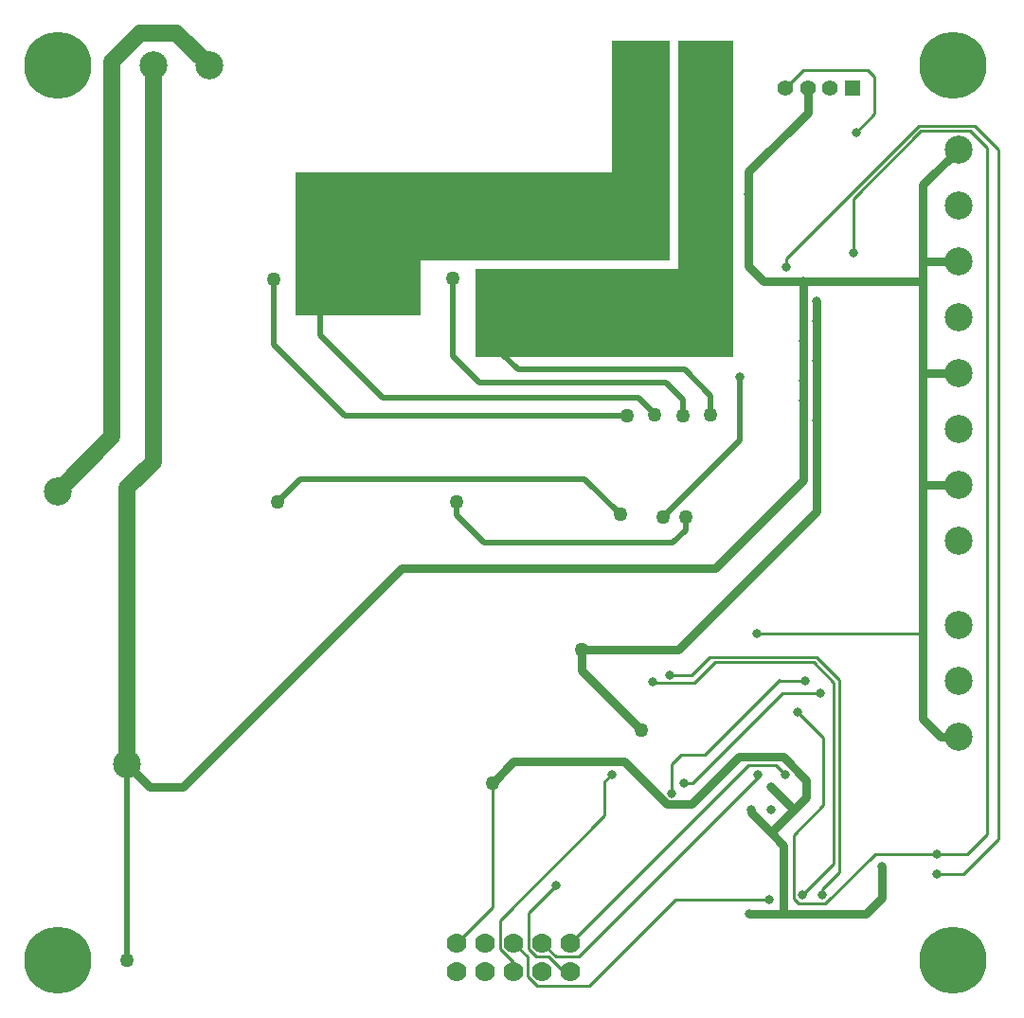
<source format=gbl>
%FSTAX24Y24*%
%MOIN*%
G70*
G01*
G75*
G04 Layer_Physical_Order=2*
G04 Layer_Color=16711680*
%ADD10R,0.2200X0.0900*%
%ADD11R,0.0315X0.0374*%
%ADD12R,0.0551X0.1181*%
%ADD13R,0.3937X0.3937*%
%ADD14R,0.1575X0.2165*%
%ADD15R,0.0374X0.1004*%
%ADD16R,0.1299X0.1004*%
%ADD17R,0.0374X0.0315*%
%ADD18R,0.0630X0.0630*%
%ADD19R,0.0630X0.0630*%
%ADD20R,0.1575X0.0591*%
%ADD21R,0.1500X0.1100*%
%ADD22R,0.0394X0.1300*%
%ADD23R,0.4300X0.4500*%
%ADD24O,0.0236X0.0945*%
%ADD25R,0.0236X0.0945*%
%ADD26O,0.0709X0.0118*%
%ADD27O,0.0118X0.0709*%
G04:AMPARAMS|DCode=28|XSize=59.1mil|YSize=39.4mil|CornerRadius=0mil|HoleSize=0mil|Usage=FLASHONLY|Rotation=90.000|XOffset=0mil|YOffset=0mil|HoleType=Round|Shape=Octagon|*
%AMOCTAGOND28*
4,1,8,0.0098,0.0295,-0.0098,0.0295,-0.0197,0.0197,-0.0197,-0.0197,-0.0098,-0.0295,0.0098,-0.0295,0.0197,-0.0197,0.0197,0.0197,0.0098,0.0295,0.0*
%
%ADD28OCTAGOND28*%

%ADD29R,0.0394X0.0591*%
%ADD30R,0.0472X0.0256*%
G04:AMPARAMS|DCode=31|XSize=21.7mil|YSize=47.2mil|CornerRadius=0mil|HoleSize=0mil|Usage=FLASHONLY|Rotation=0.000|XOffset=0mil|YOffset=0mil|HoleType=Round|Shape=Octagon|*
%AMOCTAGOND31*
4,1,8,-0.0054,0.0236,0.0054,0.0236,0.0108,0.0182,0.0108,-0.0182,0.0054,-0.0236,-0.0054,-0.0236,-0.0108,-0.0182,-0.0108,0.0182,-0.0054,0.0236,0.0*
%
%ADD31OCTAGOND31*%

%ADD32R,0.0217X0.0472*%
%ADD33R,0.0866X0.0236*%
%ADD34O,0.0866X0.0236*%
%ADD35C,0.0100*%
%ADD36C,0.0200*%
%ADD37C,0.0550*%
%ADD38C,0.0600*%
%ADD39C,0.0250*%
%ADD40C,0.0300*%
%ADD41C,0.0400*%
%ADD42C,0.2362*%
%ADD43C,0.0984*%
%ADD44R,0.0551X0.0551*%
%ADD45C,0.0551*%
%ADD46C,0.1181*%
%ADD47C,0.0700*%
%ADD48C,0.0320*%
%ADD49C,0.0500*%
G36*
X038722Y039355D02*
X029662D01*
Y042445D01*
X036782Y042455D01*
Y050485D01*
X038712D01*
X038722Y039355D01*
D02*
G37*
G36*
X036482Y042755D02*
X029192D01*
X027712Y042745D01*
Y040815D01*
X023322D01*
Y045845D01*
X034452Y045835D01*
Y050485D01*
X036482D01*
Y042755D01*
D02*
G37*
D35*
X030515Y018518D02*
X030995Y018038D01*
Y017717D02*
Y018038D01*
X037Y02435D02*
X03728D01*
X03656Y02399D02*
Y02501D01*
X03688Y02533D01*
X03771D01*
X032475Y018237D02*
X033287D01*
X031995Y018717D02*
X032475Y018237D01*
X032995Y018717D02*
X039268Y02499D01*
X04295Y043D02*
Y044917D01*
X045333Y0473D01*
X04705D02*
X04765Y0467D01*
X045333Y0473D02*
X04705D01*
X04765Y02255D02*
Y0467D01*
X045258Y04748D02*
X04722D01*
X04805Y022384D02*
Y04665D01*
X04722Y04748D02*
X04805Y04665D01*
X03955Y0296D02*
X0453D01*
X0454Y0297D01*
X04045Y0275D02*
X0418D01*
X04044Y02751D02*
X04045Y0275D01*
X03728Y02435D02*
X04044Y02751D01*
X04037Y02795D02*
X04125D01*
X04035Y02797D02*
X04037Y02795D01*
X03771Y02533D02*
X04035Y02797D01*
X0381Y0286D02*
X04155D01*
X037246Y02815D02*
X037876Y02878D01*
X036496Y02815D02*
X037246D01*
X0367Y02025D02*
X04D01*
X03365Y0172D02*
X0367Y02025D01*
X04115Y0204D02*
X04227Y02152D01*
Y02788D01*
X04155Y0286D02*
X04227Y02788D01*
X04185Y0204D02*
Y0206D01*
X04245Y0212D01*
X04103Y02011D02*
X04197D01*
X04086Y02028D02*
X04103Y02011D01*
X04086Y02028D02*
Y02252D01*
X04695Y02185D02*
X04765Y02255D01*
X0459Y02185D02*
X04695D01*
X04371D02*
X0459D01*
X04197Y02011D02*
X04371Y02185D01*
X0459Y02115D02*
X046816D01*
X04805Y022384D01*
X04245Y0212D02*
Y02798D01*
X037876Y02878D02*
X04165D01*
X04245Y02798D01*
X0406Y0425D02*
Y042822D01*
X045258Y04748D01*
X041182Y04945D02*
X04345D01*
X0437Y0492D01*
Y0479D02*
Y0492D01*
X040551Y048819D02*
X041182Y04945D01*
X04305Y04725D02*
X0437Y0479D01*
X031515Y018518D02*
X031796Y018237D01*
X03274Y017717D02*
X032995D01*
X031515Y018518D02*
Y019765D01*
X031796Y018237D02*
X03222D01*
X03274Y017717D01*
X031515Y019765D02*
X0325Y02075D01*
X030515Y018518D02*
Y019515D01*
X0396Y02465D02*
X0397D01*
X033287Y018237D02*
X0397Y02465D01*
X04021Y02499D02*
X04055Y02465D01*
X039268Y02499D02*
X04021D01*
X0342Y0244D02*
X03445Y02465D01*
X0342Y0232D02*
Y0244D01*
X030515Y019515D02*
X0342Y0232D01*
X04086Y02252D02*
X0419Y02356D01*
Y02595D01*
X041Y02685D02*
X0419Y02595D01*
X03025Y019972D02*
Y02435D01*
X028995Y018717D02*
X03025Y019972D01*
X0359Y0279D02*
X03594Y02786D01*
X03736D01*
X0381Y0286D01*
X030995Y018717D02*
X031475Y018237D01*
Y017558D02*
Y018237D01*
X031833Y0172D02*
X03365D01*
X031475Y017558D02*
X031833Y0172D01*
D36*
X017381Y01811D02*
Y024981D01*
X0174Y025D01*
X03895Y0364D02*
Y03865D01*
X03625Y0337D02*
X03895Y0364D01*
X02507Y03729D02*
X03499D01*
X022571Y039789D02*
X02507Y03729D01*
X022571Y039789D02*
Y042063D01*
X02887Y03938D02*
Y04212D01*
X0298Y03845D02*
X03636D01*
X036958Y037852D01*
Y03729D02*
Y037852D01*
X02887Y03938D02*
X0298Y03845D01*
X037938Y03731D02*
Y037991D01*
X03702Y03891D02*
X037938Y037991D01*
X030392Y041605D02*
X0306Y041397D01*
X03114Y03891D02*
X03702D01*
X0306Y03945D02*
X03114Y03891D01*
X0306Y03945D02*
Y041397D01*
X03597Y03731D02*
Y03733D01*
X0354Y0379D02*
X03597Y03733D01*
X024192Y040098D02*
X02639Y0379D01*
X024192Y040098D02*
Y041605D01*
X02639Y0379D02*
X0354D01*
X03705Y03325D02*
Y0337D01*
X0366Y0328D02*
X03705Y03325D01*
X02899Y03376D02*
X02995Y0328D01*
X02899Y03376D02*
Y03424D01*
X02995Y0328D02*
X0366D01*
X0335Y03505D02*
X03475Y0338D01*
X023501Y03505D02*
X0335D01*
X022703Y034252D02*
X023501Y03505D01*
D38*
X01785Y05075D02*
X019132D01*
X020276Y049606D01*
X01685Y04975D02*
X01785Y05075D01*
X01494Y03462D02*
X01685Y03653D01*
Y04975D01*
X0174Y03475D02*
X018307Y035657D01*
Y049606D01*
X0174Y025D02*
Y03475D01*
D40*
X0454Y0266D02*
X046016Y025984D01*
X046654D01*
X0454Y0454D02*
X046654Y046654D01*
X045443Y034843D02*
X046654D01*
X0454Y0348D02*
X045443Y034843D01*
X04543Y03878D02*
X046654D01*
X0454Y0348D02*
Y03875D01*
Y042D01*
Y03875D02*
X04543Y03878D01*
X045467Y042717D02*
X046654D01*
X0454Y04265D02*
X045467Y042717D01*
X0454Y042D02*
Y04265D01*
Y0454D01*
X0412Y042D02*
X0454D01*
X03925Y04255D02*
X0398Y042D01*
X03925Y04509D02*
Y045861D01*
X041339Y04795D02*
Y048819D01*
X03925Y045861D02*
X041339Y04795D01*
X0398Y042D02*
X0412D01*
X03925Y04255D02*
Y04509D01*
X0412Y0378D02*
Y0385D01*
Y0399D01*
X0334Y02905D02*
X0368D01*
X04165Y0339D01*
Y0371D01*
Y0392D01*
Y0406D01*
Y0413D01*
X0454Y0266D02*
Y0297D01*
Y0348D01*
X0334Y0283D02*
X0355Y0262D01*
X0334Y0283D02*
Y02905D01*
X0413Y02385D02*
Y024452D01*
X040482Y02527D02*
X0413Y024452D01*
X03892Y02527D02*
X040482D01*
X03725Y0236D02*
X03892Y02527D01*
X036398Y0236D02*
X03725D01*
X03025Y02435D02*
X031Y0251D01*
X034898D02*
X036398Y0236D01*
X031Y0251D02*
X034898D01*
X0393Y01975D02*
X0405D01*
Y02215D01*
X03935Y0233D02*
Y0234D01*
X04005Y0226D02*
X0405Y02215D01*
X03935Y0233D02*
X04005Y0226D01*
X04085Y0234D01*
X04005Y0242D02*
X04085Y0234D01*
X0413Y02385D01*
X04395Y0203D02*
Y0214D01*
X0434Y01975D02*
X04395Y0203D01*
X0405Y01975D02*
X0434D01*
X0412Y0399D02*
Y042D01*
X0174Y025D02*
X0182Y0242D01*
X01935D01*
X02705Y0319D01*
X0381D01*
X0412Y035D01*
Y0378D01*
D42*
X014961Y049606D02*
D03*
X046457D02*
D03*
X046457Y01811D02*
D03*
X014961D02*
D03*
D43*
X018307Y049606D02*
D03*
X020276D02*
D03*
X03563D02*
D03*
X037598D02*
D03*
X046654Y034843D02*
D03*
Y036811D02*
D03*
Y03878D02*
D03*
Y040748D02*
D03*
Y042717D02*
D03*
Y044685D02*
D03*
Y046654D02*
D03*
Y032874D02*
D03*
Y029921D02*
D03*
Y027953D02*
D03*
Y025984D02*
D03*
X0174Y025D02*
D03*
X01494Y03462D02*
D03*
X033392Y041605D02*
D03*
X032392D02*
D03*
X031392D02*
D03*
X030392D02*
D03*
X027192D02*
D03*
X026192D02*
D03*
X025192D02*
D03*
X024192D02*
D03*
D44*
X042913Y048819D02*
D03*
D45*
X042126D02*
D03*
X041339D02*
D03*
X040551D02*
D03*
D46*
X035835Y044094D02*
D03*
X037394D02*
D03*
D47*
X030995Y018717D02*
D03*
Y017717D02*
D03*
X029995Y018717D02*
D03*
Y017717D02*
D03*
X028995Y018717D02*
D03*
Y017717D02*
D03*
X031995D02*
D03*
Y018717D02*
D03*
X032995Y017717D02*
D03*
Y018717D02*
D03*
D48*
X0325Y02075D02*
D03*
X03955Y0296D02*
D03*
X041Y02685D02*
D03*
X03925Y04509D02*
D03*
X04165Y0413D02*
D03*
Y0406D02*
D03*
Y0392D02*
D03*
Y0371D02*
D03*
X0412Y0378D02*
D03*
Y0385D02*
D03*
Y0399D02*
D03*
Y042D02*
D03*
X04295Y043D02*
D03*
X0406Y0425D02*
D03*
X0459Y02115D02*
D03*
X04305Y04725D02*
D03*
X04185Y0204D02*
D03*
X04115D02*
D03*
X037Y02435D02*
D03*
X03656Y02399D02*
D03*
X04085Y0234D02*
D03*
X04005Y0226D02*
D03*
Y0242D02*
D03*
Y0234D02*
D03*
X03935D02*
D03*
X03895Y03865D02*
D03*
X0418Y0275D02*
D03*
X04125Y02795D02*
D03*
X036496Y02815D02*
D03*
X0393Y01975D02*
D03*
X04Y02025D02*
D03*
X0459Y02185D02*
D03*
X04055Y02465D02*
D03*
X0396D02*
D03*
X03445D02*
D03*
X04395Y0214D02*
D03*
X0359Y0279D02*
D03*
D49*
X03625Y0337D02*
D03*
X03705D02*
D03*
X03475Y0338D02*
D03*
X022703Y034252D02*
D03*
X02899Y03424D02*
D03*
X022571Y042063D02*
D03*
X02887Y04212D02*
D03*
X036958Y03729D02*
D03*
X037938Y03731D02*
D03*
X03597Y03731D02*
D03*
X03499Y03729D02*
D03*
X017381Y01811D02*
D03*
X0334Y02905D02*
D03*
X0355Y0262D02*
D03*
X03025Y02435D02*
D03*
M02*

</source>
